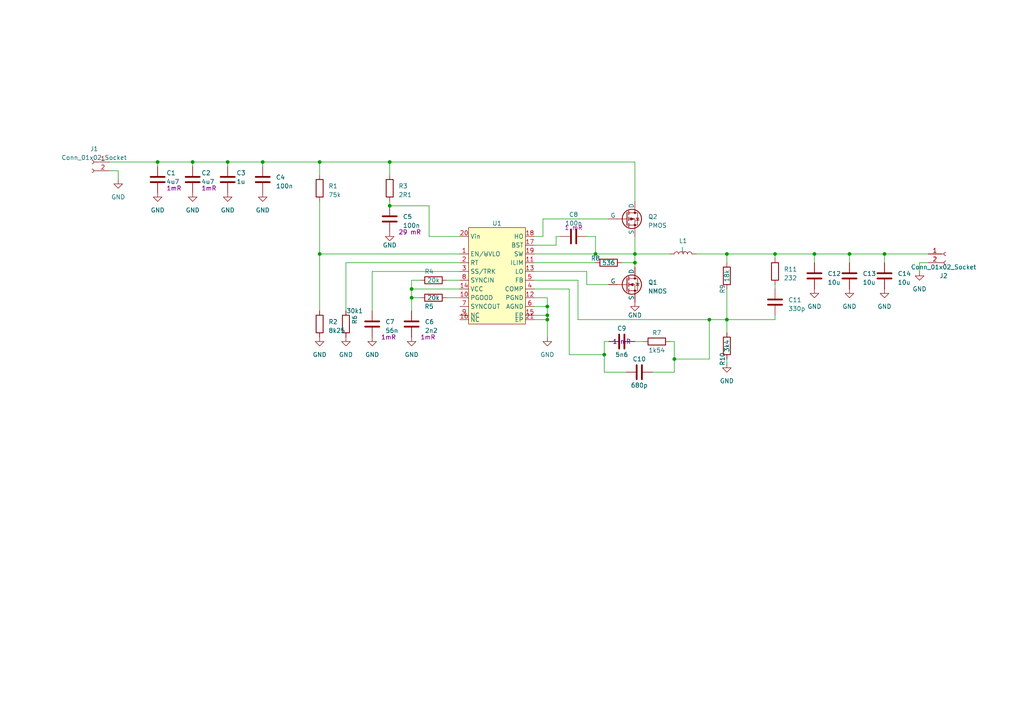
<source format=kicad_sch>
(kicad_sch (version 20230121) (generator eeschema)
  (paper "A4")
  (lib_symbols
    (symbol "Connector:Conn_01x02_Socket" (pin_names (offset 1.016) hide)
      (property "Reference" "J" (at 0 2.54 0))
      (property "Value" "Conn_01x02_Socket" (at 0 -5.08 0))
      (symbol "Conn_01x02_Socket_1_1"
        (arc (start 0 -2.032) (mid -0.5058 -2.54) (end 0 -3.048) (stroke (width 0.1524)))
        (polyline (pts (xy -1.27 -2.54) (xy -0.508 -2.54)) (stroke (width 0.1524)))
        (polyline (pts (xy -1.27 0) (xy -0.508 0)) (stroke (width 0.1524)))
        (arc (start 0 0.508) (mid -0.5058 0) (end 0 -0.508) (stroke (width 0.1524)))
        (pin passive line (at -5.08 0 0) (length 3.81) (name "Pin_1") (number "1"))
        (pin passive line (at -5.08 -2.54 0) (length 3.81) (name "Pin_2") (number "2"))
      )
    )
    (symbol "Device:C" (pin_numbers hide) (pin_names (offset 0.254))
      (property "Reference" "C" (at 0.635 2.54 0))
      (property "Value" "C" (at 0.635 -2.54 0))
      (symbol "C_0_1"
        (polyline (pts (xy -2.032 -0.762) (xy 2.032 -0.762)) (stroke (width 0.508)))
        (polyline (pts (xy -2.032 0.762) (xy 2.032 0.762)) (stroke (width 0.508)))
      )
      (symbol "C_1_1"
        (pin passive line (at 0 3.81 270) (length 2.794) (name "~") (number "1"))
        (pin passive line (at 0 -3.81 90) (length 2.794) (name "~") (number "2"))
      )
    )
    (symbol "Device:L" (pin_numbers hide) (pin_names (offset 1.016) hide)
      (property "Reference" "L" (at -1.27 0 90))
      (property "Value" "L" (at 1.905 0 90))
      (symbol "L_0_1"
        (arc (start 0 -2.54) (mid 0.6323 -1.905) (end 0 -1.27))
        (arc (start 0 -1.27) (mid 0.6323 -0.635) (end 0 0))
        (arc (start 0 0) (mid 0.6323 0.635) (end 0 1.27))
        (arc (start 0 1.27) (mid 0.6323 1.905) (end 0 2.54))
      )
      (symbol "L_1_1"
        (pin passive line (at 0 3.81 270) (length 1.27) (name "1") (number "1"))
        (pin passive line (at 0 -3.81 90) (length 1.27) (name "2") (number "2"))
      )
    )
    (symbol "Device:R" (pin_numbers hide) (pin_names (offset 0))
      (property "Reference" "R" (at 2.032 0 90))
      (property "Value" "R" (at 0 0 90))
      (symbol "R_0_1"
        (rectangle (start -1.016 -2.54) (end 1.016 2.54) (stroke (width 0.254)))
      )
      (symbol "R_1_1"
        (pin passive line (at 0 3.81 270) (length 1.27) (name "~") (number "1"))
        (pin passive line (at 0 -3.81 90) (length 1.27) (name "~") (number "2"))
      )
    )
    (symbol "Simulation_SPICE:NMOS" (pin_numbers hide) (pin_names (offset 0))
      (property "Reference" "Q" (at 5.08 1.27 0))
      (property "Value" "NMOS" (at 5.08 -1.27 0))
      (symbol "NMOS_0_1"
        (polyline (pts (xy 0.254 0) (xy -2.54 0)))
        (polyline (pts (xy 0.254 1.905) (xy 0.254 -1.905)) (stroke (width 0.254)))
        (polyline (pts (xy 0.762 -1.27) (xy 0.762 -2.286)) (stroke (width 0.254)))
        (polyline (pts (xy 0.762 0.508) (xy 0.762 -0.508)) (stroke (width 0.254)))
        (polyline (pts (xy 0.762 2.286) (xy 0.762 1.27)) (stroke (width 0.254)))
        (polyline (pts (xy 2.54 2.54) (xy 2.54 1.778)))
        (polyline (pts (xy 2.54 -2.54) (xy 2.54 0) (xy 0.762 0)))
        (polyline (pts (xy 0.762 -1.778) (xy 3.302 -1.778) (xy 3.302 1.778) (xy 0.762 1.778)))
        (polyline (pts (xy 1.016 0) (xy 2.032 0.381) (xy 2.032 -0.381) (xy 1.016 0)) (fill (type outline)))
        (polyline (pts (xy 2.794 0.508) (xy 2.921 0.381) (xy 3.683 0.381) (xy 3.81 0.254)))
        (polyline (pts (xy 3.302 0.381) (xy 2.921 -0.254) (xy 3.683 -0.254) (xy 3.302 0.381)))
        (circle (center 1.651 0) (radius 2.794) (stroke (width 0.254)))
        (circle (center 2.54 -1.778) (radius 0.254) (fill (type outline)))
        (circle (center 2.54 1.778) (radius 0.254) (fill (type outline)))
      )
      (symbol "NMOS_1_1"
        (pin passive line (at 2.54 5.08 270) (length 2.54) (name "D") (number "1"))
        (pin input line (at -5.08 0 0) (length 2.54) (name "G") (number "2"))
        (pin passive line (at 2.54 -5.08 90) (length 2.54) (name "S") (number "3"))
      )
    )
    (symbol "Simulation_SPICE:PMOS" (pin_numbers hide) (pin_names (offset 0))
      (property "Reference" "Q" (at 5.08 1.27 0))
      (property "Value" "PMOS" (at 5.08 -1.27 0))
      (symbol "PMOS_0_1"
        (polyline (pts (xy 0.254 0) (xy -2.54 0)))
        (polyline (pts (xy 0.254 1.905) (xy 0.254 -1.905)) (stroke (width 0.254)))
        (polyline (pts (xy 0.762 -1.27) (xy 0.762 -2.286)) (stroke (width 0.254)))
        (polyline (pts (xy 0.762 0.508) (xy 0.762 -0.508)) (stroke (width 0.254)))
        (polyline (pts (xy 0.762 2.286) (xy 0.762 1.27)) (stroke (width 0.254)))
        (polyline (pts (xy 2.54 2.54) (xy 2.54 1.778)))
        (polyline (pts (xy 2.54 -2.54) (xy 2.54 0) (xy 0.762 0)))
        (polyline (pts (xy 0.762 1.778) (xy 3.302 1.778) (xy 3.302 -1.778) (xy 0.762 -1.778)))
        (polyline (pts (xy 2.286 0) (xy 1.27 0.381) (xy 1.27 -0.381) (xy 2.286 0)) (fill (type outline)))
        (polyline (pts (xy 2.794 -0.508) (xy 2.921 -0.381) (xy 3.683 -0.381) (xy 3.81 -0.254)))
        (polyline (pts (xy 3.302 -0.381) (xy 2.921 0.254) (xy 3.683 0.254) (xy 3.302 -0.381)))
        (circle (center 1.651 0) (radius 2.794) (stroke (width 0.254)))
        (circle (center 2.54 -1.778) (radius 0.254) (fill (type outline)))
        (circle (center 2.54 1.778) (radius 0.254) (fill (type outline)))
      )
      (symbol "PMOS_1_1"
        (pin passive line (at 2.54 5.08 270) (length 2.54) (name "D") (number "1"))
        (pin input line (at -5.08 0 0) (length 2.54) (name "G") (number "2"))
        (pin passive line (at 2.54 -5.08 90) (length 2.54) (name "S") (number "3"))
      )
    )
    (symbol "Techbeard:LM25145RGYR"
      (property "Reference" "U" (at 0 15.24 0))
      (symbol "LM25145RGYR_0_1"
        (rectangle (start -8.89 13.97) (end 7.62 -13.97) (fill (type background)))
      )
      (symbol "LM25145RGYR_1_1"
        (pin input line (at -11.43 6.35 0) (length 2.54) (name "EN/UVLO") (number "1"))
        (pin input line (at -11.43 -6.35 0) (length 2.54) (name "PGOOD") (number "10"))
        (pin input line (at 10.16 3.81 180) (length 2.54) (name "ILIM") (number "11"))
        (pin input line (at 10.16 -6.35 180) (length 2.54) (name "PGND") (number "12"))
        (pin input line (at 10.16 1.27 180) (length 2.54) (name "LO") (number "13"))
        (pin input line (at -11.43 -3.81 0) (length 2.54) (name "VCC") (number "14"))
        (pin input line (at 10.16 -11.43 180) (length 2.54) (name "EP") (number "15"))
        (pin input line (at -11.43 -12.7 0) (length 2.54) (name "NC") (number "16"))
        (pin input line (at 10.16 8.89 180) (length 2.54) (name "BST") (number "17"))
        (pin input line (at 10.16 11.43 180) (length 2.54) (name "HO") (number "18"))
        (pin input line (at 10.16 6.35 180) (length 2.54) (name "SW") (number "19"))
        (pin input line (at -11.43 3.81 0) (length 2.54) (name "RT") (number "2"))
        (pin input line (at -11.43 11.43 0) (length 2.54) (name "Vin") (number "20"))
        (pin input line (at 10.16 -12.7 180) (length 2.54) (name "EP") (number "21"))
        (pin input line (at -11.43 1.27 0) (length 2.54) (name "SS/TRK") (number "3"))
        (pin input line (at 10.16 -3.81 180) (length 2.54) (name "COMP") (number "4"))
        (pin input line (at 10.16 -1.27 180) (length 2.54) (name "FB") (number "5"))
        (pin input line (at 10.16 -8.89 180) (length 2.54) (name "AGND") (number "6"))
        (pin input line (at -11.43 -8.89 0) (length 2.54) (name "SYNCOUT") (number "7"))
        (pin input line (at -11.43 -1.27 0) (length 2.54) (name "SYNCIN") (number "8"))
        (pin input line (at -11.43 -11.43 0) (length 2.54) (name "NC") (number "9"))
      )
    )
    (symbol "power:GND" (power) (pin_names (offset 0))
      (property "Value" "GND" (at 0 -3.81 0))
      (symbol "GND_0_1"
        (polyline (pts (xy 0 0) (xy 0 -1.27) (xy 1.27 -1.27) (xy 0 -2.54) (xy -1.27 -1.27) (xy 0 -1.27)))
      )
      (symbol "GND_1_1"
        (pin power_in line (at 0 0 270) (length 0) hide (name "GND") (number "1"))
      )
    )
  )
  (junction (at 224.79 73.66))
  (junction (at 210.82 73.66))
  (junction (at 76.2 46.99))
  (junction (at 210.82 92.71))
  (junction (at 246.38 73.66))
  (junction (at 205.74 92.71))
  (junction (at 256.54 73.66))
  (junction (at 66.04 46.99))
  (junction (at 55.88 46.99))
  (junction (at 92.71 73.66))
  (junction (at 236.22 73.66))
  (junction (at 158.75 92.71))
  (junction (at 172.72 73.66))
  (junction (at 158.75 88.9))
  (junction (at 184.15 73.66))
  (junction (at 92.71 46.99))
  (junction (at 184.15 76.2))
  (junction (at 113.03 46.99))
  (junction (at 119.38 86.36))
  (junction (at 113.03 59.69))
  (junction (at 119.38 83.82))
  (junction (at 195.58 104.14))
  (junction (at 45.72 46.99))
  (junction (at 158.75 91.44))
  (junction (at 175.26 102.87))
  (wire (pts (xy 154.94 78.74) (xy 170.18 78.74)))
  (wire (pts (xy 55.88 46.99) (xy 55.88 48.26)))
  (wire (pts (xy 157.48 68.58) (xy 157.48 63.5)))
  (wire (pts (xy 256.54 76.2) (xy 256.54 73.66)))
  (wire (pts (xy 157.48 63.5) (xy 176.53 63.5)))
  (wire (pts (xy 184.15 73.66) (xy 172.72 73.66)))
  (wire (pts (xy 181.61 107.95) (xy 175.26 107.95)))
  (wire (pts (xy 210.82 73.66) (xy 210.82 76.2)))
  (wire (pts (xy 266.7 76.2) (xy 266.7 78.74)))
  (wire (pts (xy 175.26 99.06) (xy 176.53 99.06)))
  (wire (pts (xy 184.15 46.99) (xy 113.03 46.99)))
  (wire (pts (xy 133.35 73.66) (xy 92.71 73.66)))
  (wire (pts (xy 66.04 46.99) (xy 66.04 48.26)))
  (wire (pts (xy 154.94 91.44) (xy 158.75 91.44)))
  (wire (pts (xy 129.54 81.28) (xy 133.35 81.28)))
  (wire (pts (xy 154.94 86.36) (xy 158.75 86.36)))
  (wire (pts (xy 158.75 92.71) (xy 158.75 97.79)))
  (wire (pts (xy 45.72 46.99) (xy 45.72 48.26)))
  (wire (pts (xy 210.82 104.14) (xy 210.82 105.41)))
  (wire (pts (xy 154.94 71.12) (xy 161.29 71.12)))
  (wire (pts (xy 100.33 76.2) (xy 100.33 90.17)))
  (wire (pts (xy 256.54 73.66) (xy 246.38 73.66)))
  (wire (pts (xy 224.79 91.44) (xy 224.79 92.71)))
  (wire (pts (xy 161.29 68.58) (xy 162.56 68.58)))
  (wire (pts (xy 133.35 78.74) (xy 107.95 78.74)))
  (wire (pts (xy 170.18 78.74) (xy 170.18 82.55)))
  (wire (pts (xy 224.79 73.66) (xy 210.82 73.66)))
  (wire (pts (xy 170.18 82.55) (xy 176.53 82.55)))
  (wire (pts (xy 180.34 76.2) (xy 184.15 76.2)))
  (wire (pts (xy 170.18 68.58) (xy 172.72 68.58)))
  (wire (pts (xy 158.75 86.36) (xy 158.75 88.9)))
  (wire (pts (xy 55.88 46.99) (xy 66.04 46.99)))
  (wire (pts (xy 172.72 68.58) (xy 172.72 73.66)))
  (wire (pts (xy 158.75 91.44) (xy 158.75 92.71)))
  (wire (pts (xy 76.2 46.99) (xy 92.71 46.99)))
  (wire (pts (xy 246.38 73.66) (xy 236.22 73.66)))
  (wire (pts (xy 119.38 83.82) (xy 119.38 81.28)))
  (wire (pts (xy 184.15 99.06) (xy 186.69 99.06)))
  (wire (pts (xy 124.46 59.69) (xy 113.03 59.69)))
  (wire (pts (xy 92.71 73.66) (xy 92.71 90.17)))
  (wire (pts (xy 167.64 81.28) (xy 167.64 92.71)))
  (wire (pts (xy 124.46 68.58) (xy 133.35 68.58)))
  (wire (pts (xy 201.93 73.66) (xy 210.82 73.66)))
  (wire (pts (xy 113.03 58.42) (xy 113.03 59.69)))
  (wire (pts (xy 195.58 107.95) (xy 189.23 107.95)))
  (wire (pts (xy 31.75 46.99) (xy 45.72 46.99)))
  (wire (pts (xy 195.58 104.14) (xy 195.58 107.95)))
  (wire (pts (xy 175.26 102.87) (xy 175.26 99.06)))
  (wire (pts (xy 113.03 46.99) (xy 113.03 50.8)))
  (wire (pts (xy 210.82 96.52) (xy 210.82 92.71)))
  (wire (pts (xy 124.46 68.58) (xy 124.46 59.69)))
  (wire (pts (xy 184.15 76.2) (xy 184.15 77.47)))
  (wire (pts (xy 167.64 92.71) (xy 205.74 92.71)))
  (wire (pts (xy 165.1 83.82) (xy 165.1 102.87)))
  (wire (pts (xy 129.54 86.36) (xy 133.35 86.36)))
  (wire (pts (xy 154.94 92.71) (xy 158.75 92.71)))
  (wire (pts (xy 194.31 73.66) (xy 184.15 73.66)))
  (wire (pts (xy 66.04 46.99) (xy 76.2 46.99)))
  (wire (pts (xy 195.58 104.14) (xy 205.74 104.14)))
  (wire (pts (xy 34.29 49.53) (xy 34.29 52.07)))
  (wire (pts (xy 175.26 107.95) (xy 175.26 102.87)))
  (wire (pts (xy 154.94 81.28) (xy 167.64 81.28)))
  (wire (pts (xy 205.74 104.14) (xy 205.74 92.71)))
  (wire (pts (xy 184.15 68.58) (xy 184.15 73.66)))
  (wire (pts (xy 224.79 74.93) (xy 224.79 73.66)))
  (wire (pts (xy 236.22 73.66) (xy 224.79 73.66)))
  (wire (pts (xy 165.1 102.87) (xy 175.26 102.87)))
  (wire (pts (xy 133.35 83.82) (xy 119.38 83.82)))
  (wire (pts (xy 246.38 73.66) (xy 246.38 76.2)))
  (wire (pts (xy 76.2 48.26) (xy 76.2 46.99)))
  (wire (pts (xy 154.94 88.9) (xy 158.75 88.9)))
  (wire (pts (xy 172.72 73.66) (xy 154.94 73.66)))
  (wire (pts (xy 195.58 99.06) (xy 195.58 104.14)))
  (wire (pts (xy 157.48 68.58) (xy 154.94 68.58)))
  (wire (pts (xy 224.79 82.55) (xy 224.79 83.82)))
  (wire (pts (xy 121.92 86.36) (xy 119.38 86.36)))
  (wire (pts (xy 119.38 81.28) (xy 121.92 81.28)))
  (wire (pts (xy 158.75 88.9) (xy 158.75 91.44)))
  (wire (pts (xy 205.74 92.71) (xy 210.82 92.71)))
  (wire (pts (xy 92.71 50.8) (xy 92.71 46.99)))
  (wire (pts (xy 194.31 99.06) (xy 195.58 99.06)))
  (wire (pts (xy 31.75 49.53) (xy 34.29 49.53)))
  (wire (pts (xy 119.38 86.36) (xy 119.38 90.17)))
  (wire (pts (xy 184.15 76.2) (xy 184.15 73.66)))
  (wire (pts (xy 269.24 76.2) (xy 266.7 76.2)))
  (wire (pts (xy 92.71 46.99) (xy 113.03 46.99)))
  (wire (pts (xy 92.71 58.42) (xy 92.71 73.66)))
  (wire (pts (xy 210.82 83.82) (xy 210.82 92.71)))
  (wire (pts (xy 184.15 58.42) (xy 184.15 46.99)))
  (wire (pts (xy 236.22 73.66) (xy 236.22 76.2)))
  (wire (pts (xy 119.38 86.36) (xy 119.38 83.82)))
  (wire (pts (xy 210.82 92.71) (xy 224.79 92.71)))
  (wire (pts (xy 45.72 46.99) (xy 55.88 46.99)))
  (wire (pts (xy 133.35 76.2) (xy 100.33 76.2)))
  (wire (pts (xy 256.54 73.66) (xy 269.24 73.66)))
  (wire (pts (xy 172.72 76.2) (xy 154.94 76.2)))
  (wire (pts (xy 107.95 78.74) (xy 107.95 90.17)))
  (wire (pts (xy 161.29 68.58) (xy 161.29 71.12)))
  (wire (pts (xy 154.94 83.82) (xy 165.1 83.82)))
  (symbol (lib_id "power:GND") (at 34.29 52.07 0) (unit 1)
    (property "Reference" "#PWR01" (effects hide))
    (property "Value" "GND" (at 34.29 57.15 0))
  )
  (symbol (lib_id "power:GND") (at 92.71 97.79 0) (unit 1)
    (property "Reference" "#PWR012" (effects hide))
    (property "Value" "GND" (at 92.71 102.87 0))
  )
  (symbol (lib_id "Device:C") (at 185.42 107.95 270) (unit 1)
    (property "Reference" "C10" (at 185.42 104.14 90))
    (property "Value" "680p" (at 185.42 111.76 90))
  )
  (symbol (lib_id "Device:C") (at 246.38 80.01 0) (unit 1)
    (property "Reference" "C13" (at 250.19 79.375 0) (effects (justify left)))
    (property "Value" "10u" (at 250.19 81.915 0) (effects (justify left)))
    (property "Wert2" "8mR" (effects hide))
  )
  (symbol (lib_id "Device:C") (at 256.54 80.01 0) (unit 1)
    (property "Reference" "C14" (at 260.35 79.375 0) (effects (justify left)))
    (property "Value" "10u" (at 260.35 81.915 0) (effects (justify left)))
    (property "Wert2" "8mR" (effects hide))
  )
  (symbol (lib_id "Device:C") (at 236.22 80.01 0) (unit 1)
    (property "Reference" "C12" (at 240.03 79.375 0) (effects (justify left)))
    (property "Value" "10u" (at 240.03 81.915 0) (effects (justify left)))
    (property "Wert2" "8mR" (effects hide))
  )
  (symbol (lib_id "power:GND") (at 45.72 55.88 0) (unit 1)
    (property "Reference" "#PWR02" (effects hide))
    (property "Value" "GND" (at 45.72 60.96 0))
  )
  (symbol (lib_id "Device:L") (at 198.12 73.66 90) (unit 1)
    (property "Reference" "L1" (at 198.12 69.85 90))
    (property "Value" "L" (at 198.12 72.39 90))
  )
  (symbol (lib_id "power:GND") (at 256.54 83.82 0) (unit 1)
    (property "Reference" "#PWR017" (effects hide))
    (property "Value" "GND" (at 256.54 88.9 0))
  )
  (symbol (lib_id "Simulation_SPICE:PMOS") (at 181.61 63.5 0) (unit 1)
    (property "Reference" "Q2" (at 187.96 62.865 0) (effects (justify left)))
    (property "Value" "PMOS" (at 187.96 65.405 0) (effects (justify left)))
    (property "Datasheet" "https://ngspice.sourceforge.io/docs/ngspice-manual.pdf" (effects hide))
    (property "Sim.Device" "PMOS" (effects hide))
    (property "Sim.Type" "VDMOS" (effects hide))
    (property "Sim.Pins" "1=D 2=G 3=S" (effects hide))
  )
  (symbol (lib_id "Device:C") (at 55.88 52.07 0) (unit 1)
    (property "Reference" "C2" (at 58.42 50.165 0) (effects (justify left)))
    (property "Value" "4u7" (at 58.42 52.705 0) (effects (justify left)))
    (property "Wert2" "1mR" (at 58.42 54.61 0) (effects (justify left)))
  )
  (symbol (lib_id "Device:C") (at 66.04 52.07 0) (unit 1)
    (property "Reference" "C3" (at 68.58 50.165 0) (effects (justify left)))
    (property "Value" "1u" (at 68.58 52.705 0) (effects (justify left)))
    (property "Wert2" "1mR" (effects hide))
  )
  (symbol (lib_id "Device:C") (at 107.95 93.98 0) (unit 1)
    (property "Reference" "C7" (at 111.76 93.345 0) (effects (justify left)))
    (property "Value" "56n" (at 111.76 95.885 0) (effects (justify left)))
    (property "Wert2" "1mR" (at 110.49 97.79 0) (effects (justify left)))
  )
  (symbol (lib_id "Techbeard:LM25145RGYR") (at 144.78 80.01 0) (unit 1)
    (property "Reference" "U1" (at 144.145 64.77 0))
    (property "Value" "~" (at 140.97 73.66 0))
  )
  (symbol (lib_id "Device:C") (at 180.34 99.06 270) (unit 1)
    (property "Reference" "C9" (at 180.34 95.25 90))
    (property "Value" "5n6" (at 180.34 102.87 90))
    (property "Wert2" "1 mR" (at 180.34 99.06 90))
  )
  (symbol (lib_id "Device:R") (at 125.73 81.28 90) (unit 1)
    (property "Reference" "R4" (at 124.46 78.74 90))
    (property "Value" "20k" (at 125.73 81.28 90))
  )
  (symbol (lib_id "power:GND") (at 100.33 97.79 0) (unit 1)
    (property "Reference" "#PWR011" (effects hide))
    (property "Value" "GND" (at 100.33 102.87 0))
  )
  (symbol (lib_id "Device:R") (at 100.33 93.98 0) (unit 1)
    (property "Reference" "R6" (at 102.87 92.71 90))
    (property "Value" "30k1" (at 102.87 90.17 0))
  )
  (symbol (lib_id "Device:R") (at 92.71 93.98 0) (unit 1)
    (property "Reference" "R2" (at 95.25 93.345 0) (effects (justify left)))
    (property "Value" "8k25" (at 95.25 95.885 0) (effects (justify left)))
  )
  (symbol (lib_id "Device:R") (at 210.82 100.33 180) (unit 1)
    (property "Reference" "R10" (at 209.55 104.14 90))
    (property "Value" "3k4" (at 210.82 100.33 90))
  )
  (symbol (lib_id "Device:C") (at 224.79 87.63 0) (unit 1)
    (property "Reference" "C11" (at 228.6 86.995 0) (effects (justify left)))
    (property "Value" "330p" (at 228.6 89.535 0) (effects (justify left)))
  )
  (symbol (lib_id "power:GND") (at 266.7 78.74 0) (unit 1)
    (property "Reference" "#PWR06" (effects hide))
    (property "Value" "GND" (at 266.7 83.82 0))
  )
  (symbol (lib_id "Device:R") (at 210.82 80.01 180) (unit 1)
    (property "Reference" "R9" (at 209.55 83.82 90))
    (property "Value" "18k" (at 210.82 80.01 90))
  )
  (symbol (lib_id "power:GND") (at 76.2 55.88 0) (unit 1)
    (property "Reference" "#PWR05" (effects hide))
    (property "Value" "GND" (at 76.2 60.96 0))
  )
  (symbol (lib_id "Connector:Conn_01x02_Socket") (at 26.67 46.99 0) (mirror y) (unit 1)
    (property "Reference" "J1" (at 27.305 43.18 0))
    (property "Value" "Conn_01x02_Socket" (at 27.305 45.72 0))
  )
  (symbol (lib_id "power:GND") (at 113.03 67.31 0) (unit 1)
    (property "Reference" "#PWR09" (effects hide))
    (property "Value" "GND" (at 113.03 71.12 0))
  )
  (symbol (lib_id "Device:C") (at 119.38 93.98 0) (unit 1)
    (property "Reference" "C6" (at 123.19 93.345 0) (effects (justify left)))
    (property "Value" "2n2" (at 123.19 95.885 0) (effects (justify left)))
    (property "Wert2" "1mR" (at 121.92 97.79 0) (effects (justify left)))
  )
  (symbol (lib_id "Device:R") (at 190.5 99.06 90) (unit 1)
    (property "Reference" "R7" (at 190.5 96.52 90))
    (property "Value" "1k54" (at 190.5 101.6 90))
  )
  (symbol (lib_id "Device:C") (at 45.72 52.07 0) (unit 1)
    (property "Reference" "C1" (at 48.26 50.165 0) (effects (justify left)))
    (property "Value" "4u7" (at 48.26 52.705 0) (effects (justify left)))
    (property "Wert2" "1mR" (at 48.26 54.61 0) (effects (justify left)))
  )
  (symbol (lib_id "power:GND") (at 246.38 83.82 0) (unit 1)
    (property "Reference" "#PWR016" (effects hide))
    (property "Value" "GND" (at 246.38 88.9 0))
  )
  (symbol (lib_id "power:GND") (at 66.04 55.88 0) (unit 1)
    (property "Reference" "#PWR04" (effects hide))
    (property "Value" "GND" (at 66.04 60.96 0))
  )
  (symbol (lib_id "Simulation_SPICE:NMOS") (at 181.61 82.55 0) (unit 1)
    (property "Reference" "Q1" (at 187.96 81.915 0) (effects (justify left)))
    (property "Value" "NMOS" (at 187.96 84.455 0) (effects (justify left)))
    (property "Datasheet" "https://ngspice.sourceforge.io/docs/ngspice-manual.pdf" (effects hide))
    (property "Sim.Device" "NMOS" (effects hide))
    (property "Sim.Type" "VDMOS" (effects hide))
    (property "Sim.Pins" "1=D 2=G 3=S" (effects hide))
  )
  (symbol (lib_id "power:GND") (at 55.88 55.88 0) (unit 1)
    (property "Reference" "#PWR03" (effects hide))
    (property "Value" "GND" (at 55.88 60.96 0))
  )
  (symbol (lib_id "Device:R") (at 125.73 86.36 90) (unit 1)
    (property "Reference" "R5" (at 124.46 88.9 90))
    (property "Value" "20k" (at 125.73 86.36 90))
  )
  (symbol (lib_id "Device:C") (at 166.37 68.58 270) (unit 1)
    (property "Reference" "C8" (at 166.37 62.23 90))
    (property "Value" "100n" (at 166.37 64.77 90))
    (property "Wert2" "1 mR" (at 166.37 66.04 90))
  )
  (symbol (lib_id "power:GND") (at 158.75 97.79 0) (unit 1)
    (property "Reference" "#PWR07" (effects hide))
    (property "Value" "GND" (at 158.75 102.87 0))
  )
  (symbol (lib_id "Device:R") (at 92.71 54.61 0) (unit 1)
    (property "Reference" "R1" (at 95.25 53.975 0) (effects (justify left)))
    (property "Value" "75k" (at 95.25 56.515 0) (effects (justify left)))
  )
  (symbol (lib_id "power:GND") (at 107.95 97.79 0) (unit 1)
    (property "Reference" "#PWR010" (effects hide))
    (property "Value" "GND" (at 107.95 102.87 0))
  )
  (symbol (lib_id "Device:R") (at 176.53 76.2 90) (unit 1)
    (property "Reference" "R8" (at 172.72 74.93 90))
    (property "Value" "536" (at 176.53 76.2 90))
  )
  (symbol (lib_id "Device:C") (at 113.03 63.5 0) (unit 1)
    (property "Reference" "C5" (at 116.84 62.865 0) (effects (justify left)))
    (property "Value" "100n" (at 116.84 65.405 0) (effects (justify left)))
    (property "Wert2" "29 mR" (at 115.57 67.31 0) (effects (justify left)))
  )
  (symbol (lib_id "power:GND") (at 210.82 105.41 0) (unit 1)
    (property "Reference" "#PWR014" (effects hide))
    (property "Value" "GND" (at 210.82 110.49 0))
  )
  (symbol (lib_id "Device:R") (at 113.03 54.61 0) (unit 1)
    (property "Reference" "R3" (at 115.57 53.975 0) (effects (justify left)))
    (property "Value" "2R1" (at 115.57 56.515 0) (effects (justify left)))
  )
  (symbol (lib_id "power:GND") (at 119.38 97.79 0) (unit 1)
    (property "Reference" "#PWR08" (effects hide))
    (property "Value" "GND" (at 119.38 102.87 0))
  )
  (symbol (lib_id "Device:C") (at 76.2 52.07 0) (unit 1)
    (property "Reference" "C4" (at 80.01 51.435 0) (effects (justify left)))
    (property "Value" "100n" (at 80.01 53.975 0) (effects (justify left)))
  )
  (symbol (lib_id "power:GND") (at 236.22 83.82 0) (unit 1)
    (property "Reference" "#PWR015" (effects hide))
    (property "Value" "GND" (at 236.22 88.9 0))
  )
  (symbol (lib_id "Device:R") (at 224.79 78.74 0) (unit 1)
    (property "Reference" "R11" (at 227.33 78.105 0) (effects (justify left)))
    (property "Value" "232" (at 227.33 80.645 0) (effects (justify left)))
  )
  (symbol (lib_id "power:GND") (at 184.15 87.63 0) (unit 1)
    (property "Reference" "#PWR013" (effects hide))
    (property "Value" "GND" (at 184.15 91.44 0))
  )
  (symbol (lib_id "Connector:Conn_01x02_Socket") (at 274.32 73.66 0) (unit 1)
    (property "Reference" "J2" (at 273.685 80.01 0))
    (property "Value" "Conn_01x02_Socket" (at 273.685 77.47 0))
  )
)
</source>
